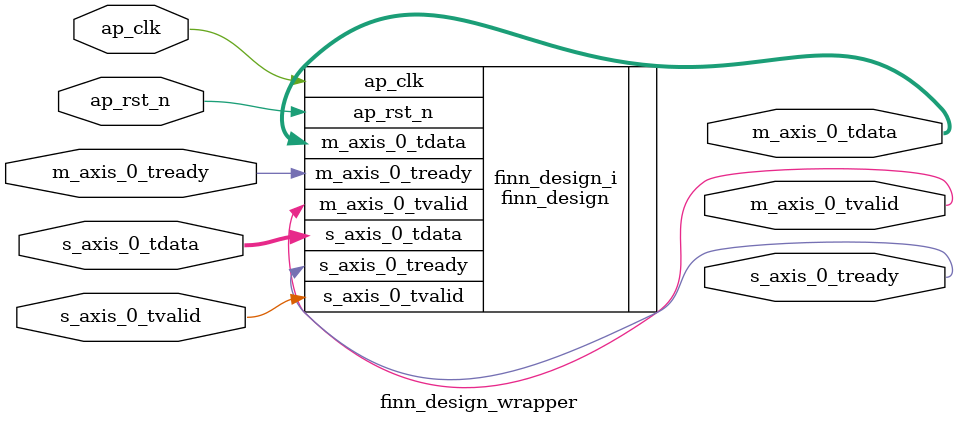
<source format=v>
`timescale 1 ps / 1 ps

module finn_design_wrapper
   (ap_clk,
    ap_rst_n,
    m_axis_0_tdata,
    m_axis_0_tready,
    m_axis_0_tvalid,
    s_axis_0_tdata,
    s_axis_0_tready,
    s_axis_0_tvalid);
  input ap_clk;
  input ap_rst_n;
  output [7:0]m_axis_0_tdata;
  input m_axis_0_tready;
  output m_axis_0_tvalid;
  input [7:0]s_axis_0_tdata;
  output s_axis_0_tready;
  input s_axis_0_tvalid;

  wire ap_clk;
  wire ap_rst_n;
  wire [7:0]m_axis_0_tdata;
  wire m_axis_0_tready;
  wire m_axis_0_tvalid;
  wire [7:0]s_axis_0_tdata;
  wire s_axis_0_tready;
  wire s_axis_0_tvalid;

  finn_design finn_design_i
       (.ap_clk(ap_clk),
        .ap_rst_n(ap_rst_n),
        .m_axis_0_tdata(m_axis_0_tdata),
        .m_axis_0_tready(m_axis_0_tready),
        .m_axis_0_tvalid(m_axis_0_tvalid),
        .s_axis_0_tdata(s_axis_0_tdata),
        .s_axis_0_tready(s_axis_0_tready),
        .s_axis_0_tvalid(s_axis_0_tvalid));
endmodule

</source>
